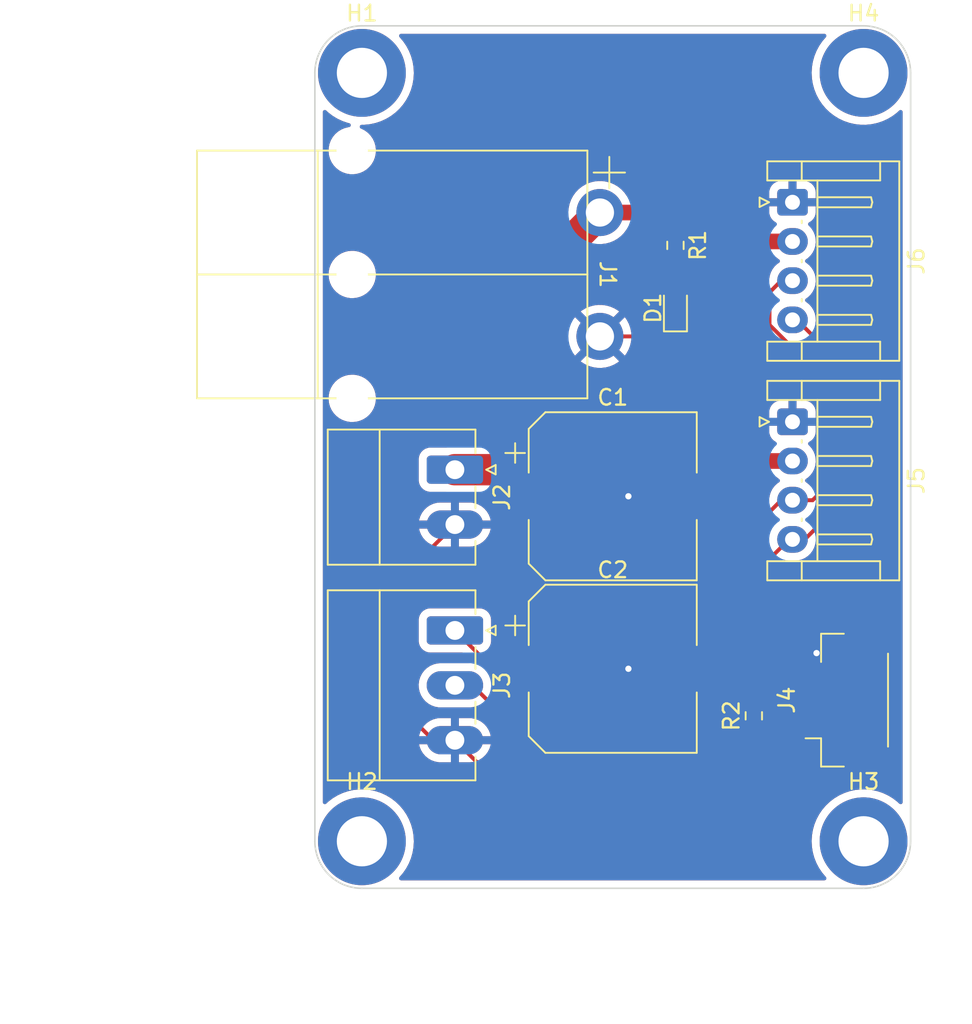
<source format=kicad_pcb>
(kicad_pcb (version 20211014) (generator pcbnew)
  (title_block (title "l3xz-hw-rs485-power-injector") (date "2023-01-21") (rev "0.1") (company "107-systems"))
  (layers (0 "F.Cu" signal) (31 "B.Cu" signal) (34 "B.Paste" user) (35 "F.Paste" user) (36 "B.SilkS" user "B.Silkscreen") (37 "F.SilkS" user "F.Silkscreen") (38 "B.Mask" user) (39 "F.Mask" user) (44 "Edge.Cuts" user))
  (net 0 "")
  (net 1 "+BATT")
  (net 2 "GND")
  (net 3 "/RS485_A")
  (net 4 "/RS485_B")
  (net 5 "/BATT_R")
  (net 6 "Net-(D1-Pad2)")
  (footprint "Resistor_SMD:R_0603_1608Metric" (layer "F.Cu") (at 149 67 -90)
    (fp_text reference "R1" (at 0 -1.43 90) (layer "F.SilkS"))
    (fp_text value "10k")
    (fp_line (start -0.237258 -0.5225) (end 0.237258 -0.5225) (layer "F.SilkS") (width 0.12))
    (fp_line (start -0.237258 0.5225) (end 0.237258 0.5225) (layer "F.SilkS") (width 0.12))
    (pad "1" smd roundrect (at -0.825 0 270) (size 0.8 0.95) (layers "F.Cu" "F.Paste" "F.Mask") (net 1 "+BATT"))
    (pad "2" smd roundrect (at 0.825 0 270) (size 0.8 0.95) (layers "F.Cu" "F.Paste" "F.Mask") (net 6 "Net-(D1-Pad2)"))
  )
  (footprint "Connector_JST:JST_GH_SM04B-GHS-TB_1x04-1MP_P1.25mm_Horizontal" (layer "F.Cu") (at 160 96 90)
    (fp_text reference "J4" (at 0 -3.9 90) (layer "F.SilkS"))
    (fp_text value "SM04B-GHS-TB")
    (fp_line (start 4.235 -0.26) (end 4.235 -1.71) (layer "F.SilkS") (width 0.12))
    (fp_line (start -2.435 -1.71) (end -2.435 -2.7) (layer "F.SilkS") (width 0.12))
    (fp_line (start -4.235 -0.26) (end -4.235 -1.71) (layer "F.SilkS") (width 0.12))
    (fp_line (start -2.965 2.56) (end 2.965 2.56) (layer "F.SilkS") (width 0.12))
    (fp_line (start 4.235 -1.71) (end 2.435 -1.71) (layer "F.SilkS") (width 0.12))
    (fp_line (start -4.235 -1.71) (end -2.435 -1.71) (layer "F.SilkS") (width 0.12))
    (pad "1" smd roundrect (at -1.875 -1.85 90) (size 0.6 1.7) (layers "F.Cu" "F.Paste" "F.Mask") (net 5 "/BATT_R"))
    (pad "2" smd roundrect (at -0.625 -1.85 90) (size 0.6 1.7) (layers "F.Cu" "F.Paste" "F.Mask") (net 3 "/RS485_A"))
    (pad "3" smd roundrect (at 0.625 -1.85 90) (size 0.6 1.7) (layers "F.Cu" "F.Paste" "F.Mask") (net 4 "/RS485_B"))
    (pad "4" smd roundrect (at 1.875 -1.85 90) (size 0.6 1.7) (layers "F.Cu" "F.Paste" "F.Mask") (net 2 "GND"))
    (pad "MP" smd roundrect (at -3.725 1.35 90) (size 1 2.7) (layers "F.Cu" "F.Paste" "F.Mask"))
    (pad "MP" smd roundrect (at 3.725 1.35 90) (size 1 2.7) (layers "F.Cu" "F.Paste" "F.Mask"))
  )
  (footprint "MountingHole:MountingHole_3.2mm_M3_DIN965_Pad" (layer "F.Cu") (at 129 56)
    (fp_text reference "H1" (at 0 -3.8) (layer "F.SilkS"))
    (fp_text value "MountingHole_Pad")
    (pad "1" thru_hole circle (at 0 0) (size 5.6 5.6) (drill 3.2) (layers *.Cu *.Mask))
  )
  (footprint "MountingHole:MountingHole_3.2mm_M3_DIN965_Pad" (layer "F.Cu") (at 129 105)
    (fp_text reference "H2" (at 0 -3.8) (layer "F.SilkS"))
    (fp_text value "MountingHole_Pad")
    (pad "1" thru_hole circle (at 0 0) (size 5.6 5.6) (drill 3.2) (layers *.Cu *.Mask))
  )
  (footprint "MountingHole:MountingHole_3.2mm_M3_DIN965_Pad" (layer "F.Cu") (at 161 56)
    (fp_text reference "H4" (at 0 -3.8) (layer "F.SilkS"))
    (fp_text value "MountingHole_Pad")
    (pad "1" thru_hole circle (at 0 0) (size 5.6 5.6) (drill 3.2) (layers *.Cu *.Mask))
  )
  (footprint "MountingHole:MountingHole_3.2mm_M3_DIN965_Pad" (layer "F.Cu") (at 161 105)
    (fp_text reference "H3" (at 0 -3.8) (layer "F.SilkS"))
    (fp_text value "MountingHole_Pad")
    (pad "1" thru_hole circle (at 0 0) (size 5.6 5.6) (drill 3.2) (layers *.Cu *.Mask))
  )
  (footprint "Capacitor_SMD:CP_Elec_10x14.3" (layer "F.Cu") (at 145 94)
    (fp_text reference "C2" (at 0 -6.3) (layer "F.SilkS"))
    (fp_text value "220 uF / 50 V")
    (fp_line (start -5.36 4.295563) (end -5.36 1.51) (layer "F.SilkS") (width 0.12))
    (fp_line (start -6.85 -2.76) (end -5.6 -2.76) (layer "F.SilkS") (width 0.12))
    (fp_line (start -5.36 -4.295563) (end -4.295563 -5.36) (layer "F.SilkS") (width 0.12))
    (fp_line (start 5.36 5.36) (end 5.36 1.51) (layer "F.SilkS") (width 0.12))
    (fp_line (start -4.295563 -5.36) (end 5.36 -5.36) (layer "F.SilkS") (width 0.12))
    (fp_line (start 5.36 -5.36) (end 5.36 -1.51) (layer "F.SilkS") (width 0.12))
    (fp_line (start -5.36 -4.295563) (end -5.36 -1.51) (layer "F.SilkS") (width 0.12))
    (fp_line (start -6.225 -3.385) (end -6.225 -2.135) (layer "F.SilkS") (width 0.12))
    (fp_line (start -4.295563 5.36) (end 5.36 5.36) (layer "F.SilkS") (width 0.12))
    (fp_line (start -5.36 4.295563) (end -4.295563 5.36) (layer "F.SilkS") (width 0.12))
    (pad "1" smd roundrect (at -4.2 0) (size 4.4 2.5) (layers "F.Cu" "F.Paste" "F.Mask") (roundrect_rratio 0.1) (net 1 "+BATT"))
    (pad "2" smd roundrect (at 4.2 0) (size 4.4 2.5) (layers "F.Cu" "F.Paste" "F.Mask") (roundrect_rratio 0.1) (net 2 "GND"))
  )
  (footprint "Connector_Phoenix_MC:PhoenixContact_MC_1,5_3-G-3.5_1x03_P3.50mm_Horizontal" (layer "F.Cu") (at 134.9325 91.555 -90)
    (fp_text reference "J3" (at 3.5 -3 90) (layer "F.SilkS"))
    (fp_text value "Conn_01x03")
    (fp_line (start -2.56 4.8) (end 9.56 4.8) (layer "F.SilkS") (width 0.12))
    (fp_line (start 0 -2) (end -0.3 -2.6) (layer "F.SilkS") (width 0.12))
    (fp_line (start 0.3 -2.6) (end 0 -2) (layer "F.SilkS") (width 0.12))
    (fp_line (start 9.56 -1.31) (end 8.05 -1.31) (layer "F.SilkS") (width 0.12))
    (fp_line (start 9.56 8.11) (end 9.56 -1.31) (layer "F.SilkS") (width 0.12))
    (fp_line (start 4.55 -1.31) (end 5.95 -1.31) (layer "F.SilkS") (width 0.12))
    (fp_line (start 1.05 -1.31) (end 2.45 -1.31) (layer "F.SilkS") (width 0.12))
    (fp_line (start -2.56 -1.31) (end -2.56 8.11) (layer "F.SilkS") (width 0.12))
    (fp_line (start -2.56 8.11) (end 9.56 8.11) (layer "F.SilkS") (width 0.12))
    (fp_line (start -2.56 -1.31) (end -1.05 -1.31) (layer "F.SilkS") (width 0.12))
    (fp_line (start -0.3 -2.6) (end 0.3 -2.6) (layer "F.SilkS") (width 0.12))
    (pad "1" thru_hole roundrect (at 0 0 270) (size 1.8 3.6) (drill 1.2) (layers *.Cu *.Mask) (roundrect_rratio 0.138889) (net 3 "/RS485_A"))
    (pad "2" thru_hole oval (at 3.5 0 270) (size 1.8 3.6) (drill 1.2) (layers *.Cu *.Mask) (net 4 "/RS485_B"))
    (pad "3" thru_hole oval (at 7 0 270) (size 1.8 3.6) (drill 1.2) (layers *.Cu *.Mask) (net 2 "GND"))
  )
  (footprint "LED_SMD:LED_0603_1608Metric" (layer "F.Cu") (at 149 71 90)
    (fp_text reference "D1" (at 0 -1.43 90) (layer "F.SilkS"))
    (fp_text value "LED green")
    (fp_line (start -1.485 -0.735) (end -1.485 0.735) (layer "F.SilkS") (width 0.12))
    (fp_line (start 0.8 -0.735) (end -1.485 -0.735) (layer "F.SilkS") (width 0.12))
    (fp_line (start -1.485 0.735) (end 0.8 0.735) (layer "F.SilkS") (width 0.12))
    (pad "1" smd roundrect (at -0.7875 0 90) (size 0.875 0.95) (layers "F.Cu" "F.Paste" "F.Mask") (net 2 "GND"))
    (pad "2" smd roundrect (at 0.7875 0 90) (size 0.875 0.95) (layers "F.Cu" "F.Paste" "F.Mask") (net 6 "Net-(D1-Pad2)"))
  )
  (footprint "Connector_Phoenix_MC:PhoenixContact_MC_1,5_2-G-3.5_1x02_P3.50mm_Horizontal" (layer "F.Cu") (at 134.9325 81.305 -90)
    (fp_text reference "J2" (at 1.75 -3 90) (layer "F.SilkS"))
    (fp_text value "Conn_01x02")
    (fp_line (start -2.56 -1.31) (end -2.56 8.11) (layer "F.SilkS") (width 0.12))
    (fp_line (start 0 -2) (end -0.3 -2.6) (layer "F.SilkS") (width 0.12))
    (fp_line (start 1.05 -1.31) (end 2.45 -1.31) (layer "F.SilkS") (width 0.12))
    (fp_line (start 6.06 8.11) (end 6.06 -1.31) (layer "F.SilkS") (width 0.12))
    (fp_line (start -0.3 -2.6) (end 0.3 -2.6) (layer "F.SilkS") (width 0.12))
    (fp_line (start -2.56 8.11) (end 6.06 8.11) (layer "F.SilkS") (width 0.12))
    (fp_line (start 0.3 -2.6) (end 0 -2) (layer "F.SilkS") (width 0.12))
    (fp_line (start -2.56 -1.31) (end -1.05 -1.31) (layer "F.SilkS") (width 0.12))
    (fp_line (start 6.06 -1.31) (end 4.55 -1.31) (layer "F.SilkS") (width 0.12))
    (fp_line (start -2.56 4.8) (end 6.06 4.8) (layer "F.SilkS") (width 0.12))
    (pad "1" thru_hole roundrect (at 0 0 270) (size 1.8 3.6) (drill 1.2) (layers *.Cu *.Mask) (roundrect_rratio 0.138889) (net 1 "+BATT"))
    (pad "2" thru_hole oval (at 3.5 0 270) (size 1.8 3.6) (drill 1.2) (layers *.Cu *.Mask) (net 2 "GND"))
  )
  (footprint "generationmake:POWERPOLE_hor_2" (layer "F.Cu") (at 144.1825 68.855 -90)
    (fp_text reference "J1" (at 0 -0.5 -90 unlocked) (layer "F.SilkS"))
    (fp_text value "PowerPole")
    (fp_line (start 7.9 0.8) (end -7.9 0.8) (layer "F.SilkS") (width 0.12))
    (fp_line (start 7.9 25.7) (end 7.9 0.8) (layer "F.SilkS") (width 0.12))
    (fp_line (start -7.9 18) (end 7.9 18) (layer "F.SilkS") (width 0.12))
    (fp_line (start -7.5 -0.6) (end -5.5 -0.6) (layer "F.SilkS") (width 0.12))
    (fp_line (start -7.9 25.7) (end 7.9 25.7) (layer "F.SilkS") (width 0.12))
    (fp_line (start 0 0.8) (end 0 25.7) (layer "F.SilkS") (width 0.12))
    (fp_line (start -6.5 -1.6) (end -6.5 0.4) (layer "F.SilkS") (width 0.12))
    (fp_line (start -7.9 0.8) (end -7.9 25.7) (layer "F.SilkS") (width 0.12))
    (pad "" np_thru_hole circle (at 0 15.8 270) (size 2 2) (drill 2) (layers F&B.Cu *.Mask))
    (pad "" np_thru_hole circle (at 7.9 15.8 270) (size 2 2) (drill 2) (layers F&B.Cu *.Mask))
    (pad "" np_thru_hole circle (at -7.9 15.8 270) (size 2 2) (drill 2) (layers F&B.Cu *.Mask))
    (pad "1" thru_hole circle (at -3.95 0 270) (size 3 3) (drill 1.8) (layers *.Cu *.Mask) (net 1 "+BATT"))
    (pad "2" thru_hole circle (at 3.95 0 270) (size 3 3) (drill 1.8) (layers *.Cu *.Mask) (net 2 "GND"))
  )
  (footprint "Resistor_SMD:R_0603_1608Metric" (layer "F.Cu") (at 154 97 90)
    (fp_text reference "R2" (at 0 -1.43 90) (layer "F.SilkS"))
    (fp_text value "DNI")
    (fp_line (start -0.237258 -0.5225) (end 0.237258 -0.5225) (layer "F.SilkS") (width 0.12))
    (fp_line (start -0.237258 0.5225) (end 0.237258 0.5225) (layer "F.SilkS") (width 0.12))
    (pad "1" smd roundrect (at -0.825 0 90) (size 0.8 0.95) (layers "F.Cu" "F.Paste" "F.Mask") (net 5 "/BATT_R"))
    (pad "2" smd roundrect (at 0.825 0 90) (size 0.8 0.95) (layers "F.Cu" "F.Paste" "F.Mask") (net 1 "+BATT"))
  )
  (footprint "Connector_JST:JST_EH_S4B-EH_1x04_P2.50mm_Horizontal" (layer "F.Cu") (at 156.4675 64.25 -90)
    (fp_text reference "J6" (at 3.75 -7.9 90) (layer "F.SilkS"))
    (fp_text value "EH_S4B-EH")
    (fp_line (start 2.5 -5.09) (end 2.82 -5.01) (layer "F.SilkS") (width 0.12))
    (fp_line (start -0.3 2.1) (end 0.3 2.1) (layer "F.SilkS") (width 0.12))
    (fp_line (start 5 -1.59) (end 4.68 -1.59) (layer "F.SilkS") (width 0.12))
    (fp_line (start 2.18 -1.59) (end 2.18 -5.01) (layer "F.SilkS") (width 0.12))
    (fp_line (start 2.5 -1.59) (end 2.18 -1.59) (layer "F.SilkS") (width 0.12))
    (fp_line (start 2.18 -5.01) (end 2.5 -5.09) (layer "F.SilkS") (width 0.12))
    (fp_line (start 4.68 -1.59) (end 4.68 -5.01) (layer "F.SilkS") (width 0.12))
    (fp_line (start -1.39 -0.59) (end -2.61 -0.59) (layer "F.SilkS") (width 0.12))
    (fp_line (start 0 1.5) (end -0.3 2.1) (layer "F.SilkS") (width 0.12))
    (fp_line (start 0.32 -5.01) (end 0.32 -1.59) (layer "F.SilkS") (width 0.12))
    (fp_line (start 7.82 -1.59) (end 7.5 -1.59) (layer "F.SilkS") (width 0.12))
    (fp_line (start 0 -5.09) (end 0.32 -5.01) (layer "F.SilkS") (width 0.12))
    (fp_line (start 1.17 -0.59) (end 1.33 -0.59) (layer "F.SilkS") (width 0.12))
    (fp_line (start 7.82 -5.01) (end 7.82 -1.59) (layer "F.SilkS") (width 0.12))
    (fp_line (start 5.32 -5.01) (end 5.32 -1.59) (layer "F.SilkS") (width 0.12))
    (fp_line (start 10.11 -5.59) (end 8.89 -5.59) (layer "F.SilkS") (width 0.12))
    (fp_line (start -1.39 -1.59) (end 8.89 -1.59) (layer "F.SilkS") (width 0.12))
    (fp_line (start 7.18 -5.01) (end 7.5 -5.09) (layer "F.SilkS") (width 0.12))
    (fp_line (start -0.32 -5.01) (end 0 -5.09) (layer "F.SilkS") (width 0.12))
    (fp_line (start 2.82 -5.01) (end 2.82 -1.59) (layer "F.SilkS") (width 0.12))
    (fp_line (start 0.3 2.1) (end 0 1.5) (layer "F.SilkS") (width 0.12))
    (fp_line (start 10.11 1.61) (end 8.89 1.61) (layer "F.SilkS") (width 0.12))
    (fp_line (start 3.67 -0.59) (end 3.83 -0.59) (layer "F.SilkS") (width 0.12))
    (fp_line (start 0.32 -1.59) (end 0 -1.59) (layer "F.SilkS") (width 0.12))
    (fp_line (start 8.89 -0.59) (end 10.11 -0.59) (layer "F.SilkS") (width 0.12))
    (fp_line (start 7.5 -1.59) (end 7.18 -1.59) (layer "F.SilkS") (width 0.12))
    (fp_line (start -1.39 -5.59) (end -1.39 -0.59) (layer "F.SilkS") (width 0.12))
    (fp_line (start 7.18 -1.59) (end 7.18 -5.01) (layer "F.SilkS") (width 0.12))
    (fp_line (start 8.89 -5.59) (end 8.89 -0.59) (layer "F.SilkS") (width 0.12))
    (fp_line (start -0.32 -1.59) (end -0.32 -5.01) (layer "F.SilkS") (width 0.12))
    (fp_line (start 0 -1.59) (end -0.32 -1.59) (layer "F.SilkS") (width 0.12))
    (fp_line (start -2.61 -5.59) (end -1.39 -5.59) (layer "F.SilkS") (width 0.12))
    (fp_line (start 4.68 -5.01) (end 5 -5.09) (layer "F.SilkS") (width 0.12))
    (fp_line (start -1.39 -0.59) (end -1.39 1.61) (layer "F.SilkS") (width 0.12))
    (fp_line (start 6.17 -0.59) (end 6.33 -0.59) (layer "F.SilkS") (width 0.12))
    (fp_line (start -1.39 1.61) (end -2.61 1.61) (layer "F.SilkS") (width 0.12))
    (fp_line (start 8.89 1.61) (end 8.89 -0.59) (layer "F.SilkS") (width 0.12))
    (fp_line (start 10.11 -6.81) (end 10.11 1.61) (layer "F.SilkS") (width 0.12))
    (fp_line (start 7.5 -5.09) (end 7.82 -5.01) (layer "F.SilkS") (width 0.12))
    (fp_line (start 5 -5.09) (end 5.32 -5.01) (layer "F.SilkS") (width 0.12))
    (fp_line (start -2.61 -6.81) (end 10.11 -6.81) (layer "F.SilkS") (width 0.12))
    (fp_line (start 5.32 -1.59) (end 5 -1.59) (layer "F.SilkS") (width 0.12))
    (fp_line (start -2.61 1.61) (end -2.61 -6.81) (layer "F.SilkS") (width 0.12))
    (fp_line (start 2.82 -1.59) (end 2.5 -1.59) (layer "F.SilkS") (width 0.12))
    (pad "1" thru_hole roundrect (at 0 0 270) (size 1.7 1.95) (drill 0.95) (layers *.Cu *.Mask) (roundrect_rratio 0.147059) (net 2 "GND"))
    (pad "2" thru_hole oval (at 2.5 0 270) (size 1.7 1.95) (drill 0.95) (layers *.Cu *.Mask) (net 1 "+BATT"))
    (pad "3" thru_hole oval (at 5 0 270) (size 1.7 1.95) (drill 0.95) (layers *.Cu *.Mask) (net 3 "/RS485_A"))
    (pad "4" thru_hole oval (at 7.5 0 270) (size 1.7 1.95) (drill 0.95) (layers *.Cu *.Mask) (net 4 "/RS485_B"))
  )
  (footprint "Connector_JST:JST_EH_S4B-EH_1x04_P2.50mm_Horizontal" (layer "F.Cu") (at 156.4675 78.25 -90)
    (fp_text reference "J5" (at 3.75 -7.9 90) (layer "F.SilkS"))
    (fp_text value "EH_S4B-EH")
    (fp_line (start 7.82 -1.59) (end 7.5 -1.59) (layer "F.SilkS") (width 0.12))
    (fp_line (start 8.89 -0.59) (end 10.11 -0.59) (layer "F.SilkS") (width 0.12))
    (fp_line (start 5.32 -5.01) (end 5.32 -1.59) (layer "F.SilkS") (width 0.12))
    (fp_line (start 5 -5.09) (end 5.32 -5.01) (layer "F.SilkS") (width 0.12))
    (fp_line (start 0.32 -5.01) (end 0.32 -1.59) (layer "F.SilkS") (width 0.12))
    (fp_line (start -2.61 1.61) (end -2.61 -6.81) (layer "F.SilkS") (width 0.12))
    (fp_line (start 7.5 -5.09) (end 7.82 -5.01) (layer "F.SilkS") (width 0.12))
    (fp_line (start 7.18 -1.59) (end 7.18 -5.01) (layer "F.SilkS") (width 0.12))
    (fp_line (start -0.32 -1.59) (end -0.32 -5.01) (layer "F.SilkS") (width 0.12))
    (fp_line (start 7.5 -1.59) (end 7.18 -1.59) (layer "F.SilkS") (width 0.12))
    (fp_line (start 10.11 1.61) (end 8.89 1.61) (layer "F.SilkS") (width 0.12))
    (fp_line (start -1.39 -0.59) (end -1.39 1.61) (layer "F.SilkS") (width 0.12))
    (fp_line (start 2.82 -1.59) (end 2.5 -1.59) (layer "F.SilkS") (width 0.12))
    (fp_line (start 10.11 -6.81) (end 10.11 1.61) (layer "F.SilkS") (width 0.12))
    (fp_line (start -0.3 2.1) (end 0.3 2.1) (layer "F.SilkS") (width 0.12))
    (fp_line (start -1.39 -0.59) (end -2.61 -0.59) (layer "F.SilkS") (width 0.12))
    (fp_line (start 0.3 2.1) (end 0 1.5) (layer "F.SilkS") (width 0.12))
    (fp_line (start 8.89 1.61) (end 8.89 -0.59) (layer "F.SilkS") (width 0.12))
    (fp_line (start 7.18 -5.01) (end 7.5 -5.09) (layer "F.SilkS") (width 0.12))
    (fp_line (start 3.67 -0.59) (end 3.83 -0.59) (layer "F.SilkS") (width 0.12))
    (fp_line (start 6.17 -0.59) (end 6.33 -0.59) (layer "F.SilkS") (width 0.12))
    (fp_line (start 8.89 -5.59) (end 8.89 -0.59) (layer "F.SilkS") (width 0.12))
    (fp_line (start 7.82 -5.01) (end 7.82 -1.59) (layer "F.SilkS") (width 0.12))
    (fp_line (start 0.32 -1.59) (end 0 -1.59) (layer "F.SilkS") (width 0.12))
    (fp_line (start -2.61 -5.59) (end -1.39 -5.59) (layer "F.SilkS") (width 0.12))
    (fp_line (start -0.32 -5.01) (end 0 -5.09) (layer "F.SilkS") (width 0.12))
    (fp_line (start 5.32 -1.59) (end 5 -1.59) (layer "F.SilkS") (width 0.12))
    (fp_line (start 0 -1.59) (end -0.32 -1.59) (layer "F.SilkS") (width 0.12))
    (fp_line (start 2.18 -1.59) (end 2.18 -5.01) (layer "F.SilkS") (width 0.12))
    (fp_line (start -2.61 -6.81) (end 10.11 -6.81) (layer "F.SilkS") (width 0.12))
    (fp_line (start -1.39 1.61) (end -2.61 1.61) (layer "F.SilkS") (width 0.12))
    (fp_line (start 1.17 -0.59) (end 1.33 -0.59) (layer "F.SilkS") (width 0.12))
    (fp_line (start 2.18 -5.01) (end 2.5 -5.09) (layer "F.SilkS") (width 0.12))
    (fp_line (start 2.82 -5.01) (end 2.82 -1.59) (layer "F.SilkS") (width 0.12))
    (fp_line (start -1.39 -5.59) (end -1.39 -0.59) (layer "F.SilkS") (width 0.12))
    (fp_line (start 2.5 -5.09) (end 2.82 -5.01) (layer "F.SilkS") (width 0.12))
    (fp_line (start -1.39 -1.59) (end 8.89 -1.59) (layer "F.SilkS") (width 0.12))
    (fp_line (start 0 1.5) (end -0.3 2.1) (layer "F.SilkS") (width 0.12))
    (fp_line (start 4.68 -5.01) (end 5 -5.09) (layer "F.SilkS") (width 0.12))
    (fp_line (start 10.11 -5.59) (end 8.89 -5.59) (layer "F.SilkS") (width 0.12))
    (fp_line (start 2.5 -1.59) (end 2.18 -1.59) (layer "F.SilkS") (width 0.12))
    (fp_line (start 0 -5.09) (end 0.32 -5.01) (layer "F.SilkS") (width 0.12))
    (fp_line (start 5 -1.59) (end 4.68 -1.59) (layer "F.SilkS") (width 0.12))
    (fp_line (start 4.68 -1.59) (end 4.68 -5.01) (layer "F.SilkS") (width 0.12))
    (pad "1" thru_hole roundrect (at 0 0 270) (size 1.7 1.95) (drill 0.95) (layers *.Cu *.Mask) (roundrect_rratio 0.147059) (net 2 "GND"))
    (pad "2" thru_hole oval (at 2.5 0 270) (size 1.7 1.95) (drill 0.95) (layers *.Cu *.Mask) (net 1 "+BATT"))
    (pad "3" thru_hole oval (at 5 0 270) (size 1.7 1.95) (drill 0.95) (layers *.Cu *.Mask) (net 3 "/RS485_A"))
    (pad "4" thru_hole oval (at 7.5 0 270) (size 1.7 1.95) (drill 0.95) (layers *.Cu *.Mask) (net 4 "/RS485_B"))
  )
  (footprint "Capacitor_SMD:CP_Elec_10x14.3" (layer "F.Cu") (at 145 83)
    (fp_text reference "C1" (at 0 -6.3) (layer "F.SilkS"))
    (fp_text value "220 uF / 50 V")
    (fp_line (start -4.295563 5.36) (end 5.36 5.36) (layer "F.SilkS") (width 0.12))
    (fp_line (start 5.36 -5.36) (end 5.36 -1.51) (layer "F.SilkS") (width 0.12))
    (fp_line (start -5.36 -4.295563) (end -5.36 -1.51) (layer "F.SilkS") (width 0.12))
    (fp_line (start -5.36 4.295563) (end -5.36 1.51) (layer "F.SilkS") (width 0.12))
    (fp_line (start -4.295563 -5.36) (end 5.36 -5.36) (layer "F.SilkS") (width 0.12))
    (fp_line (start -6.85 -2.76) (end -5.6 -2.76) (layer "F.SilkS") (width 0.12))
    (fp_line (start -6.225 -3.385) (end -6.225 -2.135) (layer "F.SilkS") (width 0.12))
    (fp_line (start 5.36 5.36) (end 5.36 1.51) (layer "F.SilkS") (width 0.12))
    (fp_line (start -5.36 4.295563) (end -4.295563 5.36) (layer "F.SilkS") (width 0.12))
    (fp_line (start -5.36 -4.295563) (end -4.295563 -5.36) (layer "F.SilkS") (width 0.12))
    (pad "1" smd roundrect (at -4.2 0) (size 4.4 2.5) (layers "F.Cu" "F.Paste" "F.Mask") (roundrect_rratio 0.1) (net 1 "+BATT"))
    (pad "2" smd roundrect (at 4.2 0) (size 4.4 2.5) (layers "F.Cu" "F.Paste" "F.Mask") (roundrect_rratio 0.1) (net 2 "GND"))
  )
  (gr_line (start 161 53) (end 129 53) (layer "Edge.Cuts") (width 0.1))
  (gr_line (start 129 108) (end 161 108) (layer "Edge.Cuts") (width 0.1))
  (gr_arc (start 129 108) (mid 126.87868 107.12132) (end 126 105) (layer "Edge.Cuts") (width 0.1))
  (gr_line (start 126 56) (end 126 105) (layer "Edge.Cuts") (width 0.1))
  (gr_arc (start 126 56) (mid 126.87868 53.87868) (end 129 53) (layer "Edge.Cuts") (width 0.1))
  (gr_arc (start 164 105) (mid 163.12132 107.12132) (end 161 108) (layer "Edge.Cuts") (width 0.1))
  (gr_arc (start 161 53) (mid 163.12132 53.87868) (end 164 56) (layer "Edge.Cuts") (width 0.1))
  (gr_line (start 164 105) (end 164 56) (layer "Edge.Cuts") (width 0.1))
  (segment (start 140.8 83) (end 140.8 68.2875) (width 2) (layer "F.Cu") (net 1))
  (segment (start 134.9325 81.305) (end 139.105 81.305) (width 2) (layer "F.Cu") (net 1))
  (segment (start 143.05 80.75) (end 140.8 83) (width 1) (layer "F.Cu") (net 1))
  (segment (start 156.4675 66.75) (end 152.75 66.75) (width 1) (layer "F.Cu") (net 1))
  (segment (start 149 66.175) (end 147.73 64.905) (width 0.25) (layer "F.Cu") (net 1))
  (segment (start 150.905 64.905) (end 144.1825 64.905) (width 1) (layer "F.Cu") (net 1))
  (segment (start 154 96.175) (end 142.975 96.175) (width 1) (layer "F.Cu") (net 1))
  (segment (start 140.8 68.2875) (end 144.1825 64.905) (width 2) (layer "F.Cu") (net 1))
  (segment (start 152.75 66.75) (end 150.905 64.905) (width 1) (layer "F.Cu") (net 1))
  (segment (start 156.4675 80.75) (end 143.05 80.75) (width 1) (layer "F.Cu") (net 1))
  (segment (start 142.975 96.175) (end 140.8 94) (width 1) (layer "F.Cu") (net 1))
  (segment (start 140.8 94) (end 140.8 83) (width 2) (layer "F.Cu") (net 1))
  (segment (start 139.105 81.305) (end 140.8 83) (width 2) (layer "F.Cu") (net 1))
  (segment (start 147.73 64.905) (end 144.1825 64.905) (width 0.25) (layer "F.Cu") (net 1))
  (segment (start 161 97.911827) (end 158.911827 100) (width 0.25) (layer "F.Cu") (net 2))
  (segment (start 133.555 98.555) (end 131 96) (width 0.25) (layer "F.Cu") (net 2))
  (segment (start 131 96) (end 131 88.7375) (width 0.25) (layer "F.Cu") (net 2))
  (segment (start 160.125 94.125) (end 161 95) (width 0.25) (layer "F.Cu") (net 2))
  (segment (start 149.2 83) (end 146 83) (width 0.25) (layer "F.Cu") (net 2))
  (segment (start 134.9325 98.555) (end 133.555 98.555) (width 0.25) (layer "F.Cu") (net 2))
  (segment (start 149 71.7875) (end 147.9825 72.805) (width 0.25) (layer "F.Cu") (net 2))
  (segment (start 158.15 93.15) (end 158 93) (width 0.25) (layer "F.Cu") (net 2))
  (segment (start 161 95) (end 161 97.911827) (width 0.25) (layer "F.Cu") (net 2))
  (segment (start 149.2 94) (end 149.2 83) (width 0.25) (layer "F.Cu") (net 2))
  (segment (start 147.9825 72.805) (end 144.1825 72.805) (width 0.25) (layer "F.Cu") (net 2))
  (segment (start 131 88.7375) (end 134.9325 84.805) (width 0.25) (layer "F.Cu") (net 2))
  (segment (start 149.2 94) (end 146 94) (width 0.25) (layer "F.Cu") (net 2))
  (segment (start 136.3775 100) (end 134.9325 98.555) (width 0.25) (layer "F.Cu") (net 2))
  (segment (start 158.911827 100) (end 136.3775 100) (width 0.25) (layer "F.Cu") (net 2))
  (segment (start 158.15 94.125) (end 160.125 94.125) (width 0.25) (layer "F.Cu") (net 2))
  (segment (start 158.15 94.125) (end 158.15 93.15) (width 0.25) (layer "F.Cu") (net 2))
  (via (at 146 94) (size 0.8) (drill 0.4) (layers "F.Cu" "B.Cu") (net 2))
  (via (at 158 93) (size 0.8) (drill 0.4) (layers "F.Cu" "B.Cu") (net 2))
  (via (at 146 83) (size 0.8) (drill 0.4) (layers "F.Cu" "B.Cu") (net 2))
  (segment (start 158.15 96.625) (end 155.275 96.625) (width 0.25) (layer "F.Cu") (net 3))
  (segment (start 156.4675 83.25) (end 157.75 83.25) (width 0.25) (layer "F.Cu") (net 3))
  (segment (start 154 94) (end 154 85) (width 0.25) (layer "F.Cu") (net 3))
  (segment (start 155 72.069201) (end 155 70) (width 0.25) (layer "F.Cu") (net 3))
  (segment (start 155.75 69.25) (end 156.4675 69.25) (width 0.25) (layer "F.Cu") (net 3))
  (segment (start 155 70) (end 155.75 69.25) (width 0.25) (layer "F.Cu") (net 3))
  (segment (start 157.930799 75) (end 155 72.069201) (width 0.25) (layer "F.Cu") (net 3))
  (segment (start 154.9 97) (end 139 97) (width 0.25) (layer "F.Cu") (net 3))
  (segment (start 139 97) (end 138 96) (width 0.25) (layer "F.Cu") (net 3))
  (segment (start 155.75 83.25) (end 154 85) (width 0.25) (layer "F.Cu") (net 3))
  (segment (start 157.75 83.25) (end 159 82) (width 0.25) (layer "F.Cu") (net 3))
  (segment (start 156.4675 83.25) (end 155.75 83.25) (width 0.25) (layer "F.Cu") (net 3))
  (segment (start 138 94.6225) (end 134.9325 91.555) (width 0.25) (layer "F.Cu") (net 3))
  (segment (start 159 76) (end 158 75) (width 0.25) (layer "F.Cu") (net 3))
  (segment (start 138 96) (end 138 94.6225) (width 0.25) (layer "F.Cu") (net 3))
  (segment (start 158 75) (end 157.930799 75) (width 0.25) (layer "F.Cu") (net 3))
  (segment (start 155.275 96.625) (end 154.9 97) (width 0.25) (layer "F.Cu") (net 3))
  (segment (start 156.625 96.625) (end 154 94) (width 0.25) (layer "F.Cu") (net 3))
  (segment (start 158.15 96.625) (end 156.625 96.625) (width 0.25) (layer "F.Cu") (net 3))
  (segment (start 159 82) (end 159 76) (width 0.25) (layer "F.Cu") (net 3))
  (segment (start 160 96) (end 160 98) (width 0.25) (layer "F.Cu") (net 4))
  (segment (start 159.375 95.375) (end 160 96) (width 0.25) (layer "F.Cu") (net 4))
  (segment (start 156.25 85.75) (end 156.4675 85.75) (width 0.25) (layer "F.Cu") (net 4))
  (segment (start 156.4675 85.75) (end 157.25 85.75) (width 0.25) (layer "F.Cu") (net 4))
  (segment (start 158.15 95.375) (end 156.375 95.375) (width 0.25) (layer "F.Cu") (net 4))
  (segment (start 156.75 71.75) (end 156.4675 71.75) (width 0.25) (layer "F.Cu") (net 4))
  (segment (start 155 87) (end 156.25 85.75) (width 0.25) (layer "F.Cu") (net 4))
  (segment (start 156.375 95.375) (end 155 94) (width 0.25) (layer "F.Cu") (net 4))
  (segment (start 136.055 95.055) (end 134.9325 95.055) (width 0.25) (layer "F.Cu") (net 4))
  (segment (start 158.15 95.375) (end 159.375 95.375) (width 0.25) (layer "F.Cu") (net 4))
  (segment (start 153.6 99) (end 152.3 97.7) (width 0.25) (layer "F.Cu") (net 4))
  (segment (start 160 83) (end 160 75) (width 0.25) (layer "F.Cu") (net 4))
  (segment (start 155 94) (end 155 87) (width 0.25) (layer "F.Cu") (net 4))
  (segment (start 152.3 97.7) (end 138.7 97.7) (width 0.25) (layer "F.Cu") (net 4))
  (segment (start 160 98) (end 159 99) (width 0.25) (layer "F.Cu") (net 4))
  (segment (start 138.7 97.7) (end 136.055 95.055) (width 0.25) (layer "F.Cu") (net 4))
  (segment (start 160 75) (end 156.75 71.75) (width 0.25) (layer "F.Cu") (net 4))
  (segment (start 159 99) (end 153.6 99) (width 0.25) (layer "F.Cu") (net 4))
  (segment (start 157.25 85.75) (end 160 83) (width 0.25) (layer "F.Cu") (net 4))
  (segment (start 158.15 97.875) (end 154.05 97.875) (width 1) (layer "F.Cu") (net 5))
  (segment (start 154.05 97.875) (end 154 97.825) (width 1) (layer "F.Cu") (net 5))
  (segment (start 149 70.2125) (end 149 67.825) (width 0.25) (layer "F.Cu") (net 6))
  (zone (net 2) (net_name "GND") (layer "F.Cu") (connect_pads (clearance 0.508)) (min_thickness 0.254) (fill yes (thermal_gap 0.508) (thermal_bridge_width 0.508))
    (polygon (pts (xy 165 109) (xy 125 109) (xy 125 52) (xy 165 52)))
  )
  (zone (net 2) (net_name "GND") (layer "B.Cu") (connect_pads (clearance 0.508)) (min_thickness 0.254) (fill yes (thermal_gap 0.508) (thermal_bridge_width 0.508))
    (polygon (pts (xy 165 109) (xy 125 109) (xy 125 52) (xy 165 52)))
  )
)
</source>
